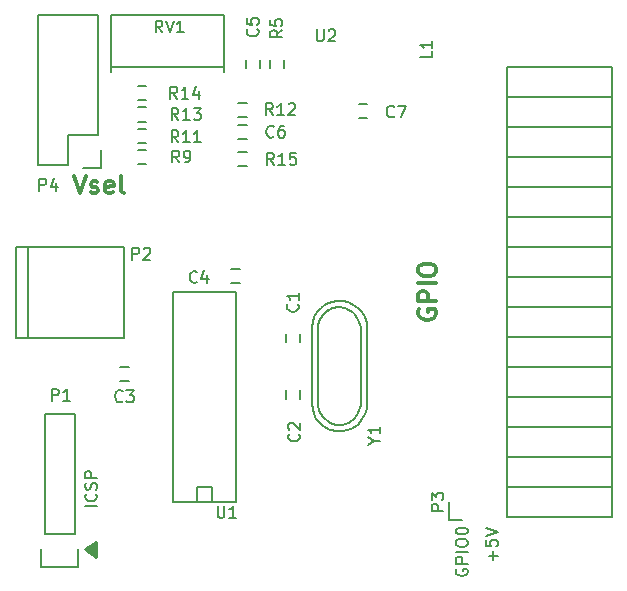
<source format=gto>
G04 #@! TF.FileFunction,Legend,Top*
%FSLAX46Y46*%
G04 Gerber Fmt 4.6, Leading zero omitted, Abs format (unit mm)*
G04 Created by KiCad (PCBNEW 4.0.0-rc1-stable) date 06/12/2015 04:25:02 p.m.*
%MOMM*%
G01*
G04 APERTURE LIST*
%ADD10C,0.100000*%
%ADD11C,0.300000*%
%ADD12C,0.150000*%
%ADD13C,0.254000*%
G04 APERTURE END LIST*
D10*
D11*
X141113143Y-78172571D02*
X141613143Y-79672571D01*
X142113143Y-78172571D01*
X142541714Y-79601143D02*
X142684571Y-79672571D01*
X142970286Y-79672571D01*
X143113143Y-79601143D01*
X143184571Y-79458286D01*
X143184571Y-79386857D01*
X143113143Y-79244000D01*
X142970286Y-79172571D01*
X142756000Y-79172571D01*
X142613143Y-79101143D01*
X142541714Y-78958286D01*
X142541714Y-78886857D01*
X142613143Y-78744000D01*
X142756000Y-78672571D01*
X142970286Y-78672571D01*
X143113143Y-78744000D01*
X144398857Y-79601143D02*
X144256000Y-79672571D01*
X143970286Y-79672571D01*
X143827429Y-79601143D01*
X143756000Y-79458286D01*
X143756000Y-78886857D01*
X143827429Y-78744000D01*
X143970286Y-78672571D01*
X144256000Y-78672571D01*
X144398857Y-78744000D01*
X144470286Y-78886857D01*
X144470286Y-79029714D01*
X143756000Y-79172571D01*
X145327429Y-79672571D02*
X145184571Y-79601143D01*
X145113143Y-79458286D01*
X145113143Y-78172571D01*
D12*
X176601429Y-110759714D02*
X176601429Y-109997809D01*
X176982381Y-110378761D02*
X176220476Y-110378761D01*
X175982381Y-109045428D02*
X175982381Y-109521619D01*
X176458571Y-109569238D01*
X176410952Y-109521619D01*
X176363333Y-109426381D01*
X176363333Y-109188285D01*
X176410952Y-109093047D01*
X176458571Y-109045428D01*
X176553810Y-108997809D01*
X176791905Y-108997809D01*
X176887143Y-109045428D01*
X176934762Y-109093047D01*
X176982381Y-109188285D01*
X176982381Y-109426381D01*
X176934762Y-109521619D01*
X176887143Y-109569238D01*
X175982381Y-108712095D02*
X176982381Y-108378762D01*
X175982381Y-108045428D01*
X173510000Y-111506190D02*
X173462381Y-111601428D01*
X173462381Y-111744285D01*
X173510000Y-111887143D01*
X173605238Y-111982381D01*
X173700476Y-112030000D01*
X173890952Y-112077619D01*
X174033810Y-112077619D01*
X174224286Y-112030000D01*
X174319524Y-111982381D01*
X174414762Y-111887143D01*
X174462381Y-111744285D01*
X174462381Y-111649047D01*
X174414762Y-111506190D01*
X174367143Y-111458571D01*
X174033810Y-111458571D01*
X174033810Y-111649047D01*
X174462381Y-111030000D02*
X173462381Y-111030000D01*
X173462381Y-110649047D01*
X173510000Y-110553809D01*
X173557619Y-110506190D01*
X173652857Y-110458571D01*
X173795714Y-110458571D01*
X173890952Y-110506190D01*
X173938571Y-110553809D01*
X173986190Y-110649047D01*
X173986190Y-111030000D01*
X174462381Y-110030000D02*
X173462381Y-110030000D01*
X173462381Y-109363334D02*
X173462381Y-109172857D01*
X173510000Y-109077619D01*
X173605238Y-108982381D01*
X173795714Y-108934762D01*
X174129048Y-108934762D01*
X174319524Y-108982381D01*
X174414762Y-109077619D01*
X174462381Y-109172857D01*
X174462381Y-109363334D01*
X174414762Y-109458572D01*
X174319524Y-109553810D01*
X174129048Y-109601429D01*
X173795714Y-109601429D01*
X173605238Y-109553810D01*
X173510000Y-109458572D01*
X173462381Y-109363334D01*
X173462381Y-108315715D02*
X173462381Y-108220476D01*
X173510000Y-108125238D01*
X173557619Y-108077619D01*
X173652857Y-108030000D01*
X173843333Y-107982381D01*
X174081429Y-107982381D01*
X174271905Y-108030000D01*
X174367143Y-108077619D01*
X174414762Y-108125238D01*
X174462381Y-108220476D01*
X174462381Y-108315715D01*
X174414762Y-108410953D01*
X174367143Y-108458572D01*
X174271905Y-108506191D01*
X174081429Y-108553810D01*
X173843333Y-108553810D01*
X173652857Y-108506191D01*
X173557619Y-108458572D01*
X173510000Y-108410953D01*
X173462381Y-108315715D01*
D11*
X170350000Y-89510000D02*
X170278571Y-89652857D01*
X170278571Y-89867143D01*
X170350000Y-90081428D01*
X170492857Y-90224286D01*
X170635714Y-90295714D01*
X170921429Y-90367143D01*
X171135714Y-90367143D01*
X171421429Y-90295714D01*
X171564286Y-90224286D01*
X171707143Y-90081428D01*
X171778571Y-89867143D01*
X171778571Y-89724286D01*
X171707143Y-89510000D01*
X171635714Y-89438571D01*
X171135714Y-89438571D01*
X171135714Y-89724286D01*
X171778571Y-88795714D02*
X170278571Y-88795714D01*
X170278571Y-88224286D01*
X170350000Y-88081428D01*
X170421429Y-88010000D01*
X170564286Y-87938571D01*
X170778571Y-87938571D01*
X170921429Y-88010000D01*
X170992857Y-88081428D01*
X171064286Y-88224286D01*
X171064286Y-88795714D01*
X171778571Y-87295714D02*
X170278571Y-87295714D01*
X170278571Y-86295714D02*
X170278571Y-86010000D01*
X170350000Y-85867142D01*
X170492857Y-85724285D01*
X170778571Y-85652857D01*
X171278571Y-85652857D01*
X171564286Y-85724285D01*
X171707143Y-85867142D01*
X171778571Y-86010000D01*
X171778571Y-86295714D01*
X171707143Y-86438571D01*
X171564286Y-86581428D01*
X171278571Y-86652857D01*
X170778571Y-86652857D01*
X170492857Y-86581428D01*
X170350000Y-86438571D01*
X170278571Y-86295714D01*
D12*
X159100000Y-92250000D02*
X159100000Y-91550000D01*
X160300000Y-91550000D02*
X160300000Y-92250000D01*
X160300000Y-96350000D02*
X160300000Y-97050000D01*
X159100000Y-97050000D02*
X159100000Y-96350000D01*
X145750000Y-95600000D02*
X145050000Y-95600000D01*
X145050000Y-94400000D02*
X145750000Y-94400000D01*
X155150000Y-87300000D02*
X154450000Y-87300000D01*
X154450000Y-86100000D02*
X155150000Y-86100000D01*
X156900000Y-68350000D02*
X156900000Y-69050000D01*
X155700000Y-69050000D02*
X155700000Y-68350000D01*
X155750000Y-75100000D02*
X155050000Y-75100000D01*
X155050000Y-73900000D02*
X155750000Y-73900000D01*
X165950000Y-73300000D02*
X165250000Y-73300000D01*
X165250000Y-72100000D02*
X165950000Y-72100000D01*
X141450000Y-109800000D02*
X141450000Y-111350000D01*
X141450000Y-111350000D02*
X138350000Y-111350000D01*
X138350000Y-111350000D02*
X138350000Y-109800000D01*
X138630000Y-108530000D02*
X138630000Y-98370000D01*
X138630000Y-98370000D02*
X141170000Y-98370000D01*
X141170000Y-98370000D02*
X141170000Y-108530000D01*
X138630000Y-108530000D02*
X141170000Y-108530000D01*
X137200820Y-84249360D02*
X137200820Y-91950640D01*
X136200060Y-84249360D02*
X136200060Y-91950640D01*
X136200060Y-91950640D02*
X145399940Y-91950640D01*
X145399940Y-91950640D02*
X145399940Y-84249360D01*
X145399940Y-84249360D02*
X136200060Y-84249360D01*
X186640000Y-89290000D02*
X177810000Y-89290000D01*
X186640000Y-91830000D02*
X186640000Y-89290000D01*
X177810000Y-91830000D02*
X177810000Y-89290000D01*
X177810000Y-89290000D02*
X186640000Y-89290000D01*
X177810000Y-86750000D02*
X186640000Y-86750000D01*
X177810000Y-89290000D02*
X177810000Y-86750000D01*
X186640000Y-89290000D02*
X186640000Y-86750000D01*
X186640000Y-86750000D02*
X177810000Y-86750000D01*
X186640000Y-84210000D02*
X177810000Y-84210000D01*
X186640000Y-86750000D02*
X186640000Y-84210000D01*
X177810000Y-86750000D02*
X177810000Y-84210000D01*
X177810000Y-84210000D02*
X186640000Y-84210000D01*
X177810000Y-81670000D02*
X186640000Y-81670000D01*
X177810000Y-84210000D02*
X177810000Y-81670000D01*
X186640000Y-84210000D02*
X186640000Y-81670000D01*
X186640000Y-81670000D02*
X177810000Y-81670000D01*
X177810000Y-79130000D02*
X186640000Y-79130000D01*
X177810000Y-81670000D02*
X177810000Y-79130000D01*
X186640000Y-81670000D02*
X186640000Y-79130000D01*
X186640000Y-79130000D02*
X177810000Y-79130000D01*
X186640000Y-76590000D02*
X177810000Y-76590000D01*
X186640000Y-79130000D02*
X186640000Y-76590000D01*
X177810000Y-79130000D02*
X177810000Y-76590000D01*
X177810000Y-76590000D02*
X186640000Y-76590000D01*
X177810000Y-74050000D02*
X186640000Y-74050000D01*
X177810000Y-76590000D02*
X177810000Y-74050000D01*
X186640000Y-76590000D02*
X186640000Y-74050000D01*
X186640000Y-74050000D02*
X177810000Y-74050000D01*
X186640000Y-71510000D02*
X177810000Y-71510000D01*
X186640000Y-74050000D02*
X186640000Y-71510000D01*
X177810000Y-74050000D02*
X177810000Y-71510000D01*
X177810000Y-71510000D02*
X186640000Y-71510000D01*
X177810000Y-68970000D02*
X186640000Y-68970000D01*
X177810000Y-71510000D02*
X177810000Y-68970000D01*
X186640000Y-71510000D02*
X186640000Y-68970000D01*
X186640000Y-68970000D02*
X177810000Y-68970000D01*
X186640000Y-91830000D02*
X177810000Y-91830000D01*
X186640000Y-94370000D02*
X186640000Y-91830000D01*
X177810000Y-94370000D02*
X177810000Y-91830000D01*
X177810000Y-91830000D02*
X186640000Y-91830000D01*
X177810000Y-94370000D02*
X186640000Y-94370000D01*
X177810000Y-96910000D02*
X177810000Y-94370000D01*
X186640000Y-96910000D02*
X186640000Y-94370000D01*
X186640000Y-94370000D02*
X177810000Y-94370000D01*
X186640000Y-96910000D02*
X177810000Y-96910000D01*
X186640000Y-99450000D02*
X186640000Y-96910000D01*
X177810000Y-99450000D02*
X177810000Y-96910000D01*
X177810000Y-96910000D02*
X186640000Y-96910000D01*
X177810000Y-99450000D02*
X186640000Y-99450000D01*
X177810000Y-101990000D02*
X177810000Y-99450000D01*
X186640000Y-101990000D02*
X186640000Y-99450000D01*
X186640000Y-99450000D02*
X177810000Y-99450000D01*
X186640000Y-101990000D02*
X177810000Y-101990000D01*
X186640000Y-104530000D02*
X186640000Y-101990000D01*
X177810000Y-104530000D02*
X177810000Y-101990000D01*
X177810000Y-101990000D02*
X186640000Y-101990000D01*
X177810000Y-104530000D02*
X186640000Y-104530000D01*
X177810000Y-107070000D02*
X177810000Y-104530000D01*
X172850000Y-105800000D02*
X172850000Y-107350000D01*
X172850000Y-107350000D02*
X174000000Y-107350000D01*
X177810000Y-107070000D02*
X186640000Y-107070000D01*
X186640000Y-107070000D02*
X186640000Y-104530000D01*
X186640000Y-104530000D02*
X177810000Y-104530000D01*
X138090000Y-77270000D02*
X138090000Y-64570000D01*
X138090000Y-64570000D02*
X143170000Y-64570000D01*
X143170000Y-64570000D02*
X143170000Y-74730000D01*
X138090000Y-77270000D02*
X140630000Y-77270000D01*
X141900000Y-77550000D02*
X143450000Y-77550000D01*
X140630000Y-77270000D02*
X140630000Y-74730000D01*
X140630000Y-74730000D02*
X143170000Y-74730000D01*
X143450000Y-77550000D02*
X143450000Y-76000000D01*
X158900000Y-68350000D02*
X158900000Y-69050000D01*
X157700000Y-69050000D02*
X157700000Y-68350000D01*
X146550000Y-76000000D02*
X147250000Y-76000000D01*
X147250000Y-77200000D02*
X146550000Y-77200000D01*
X146550000Y-74200000D02*
X147250000Y-74200000D01*
X147250000Y-75400000D02*
X146550000Y-75400000D01*
X155750000Y-73200000D02*
X155050000Y-73200000D01*
X155050000Y-72000000D02*
X155750000Y-72000000D01*
X146550000Y-72400000D02*
X147250000Y-72400000D01*
X147250000Y-73600000D02*
X146550000Y-73600000D01*
X146550000Y-70600000D02*
X147250000Y-70600000D01*
X147250000Y-71800000D02*
X146550000Y-71800000D01*
X155750000Y-77400000D02*
X155050000Y-77400000D01*
X155050000Y-76200000D02*
X155750000Y-76200000D01*
X144275000Y-64540000D02*
X153805000Y-64540000D01*
X153805000Y-64540000D02*
X153805000Y-69370000D01*
X153805000Y-68990000D02*
X144275000Y-68990000D01*
X144275000Y-64540000D02*
X144275000Y-69370000D01*
X154867000Y-88137000D02*
X154867000Y-105790000D01*
X149533000Y-105790000D02*
X149533000Y-88010000D01*
X154867000Y-88010000D02*
X149533000Y-88010000D01*
X149533000Y-105790000D02*
X154867000Y-105790000D01*
X151565000Y-105790000D02*
X151565000Y-104520000D01*
X151565000Y-104520000D02*
X152835000Y-104520000D01*
X152835000Y-104520000D02*
X152835000Y-105790000D01*
X162599240Y-89601000D02*
X163000560Y-89400340D01*
X163000560Y-89400340D02*
X163600000Y-89298740D01*
X163600000Y-89298740D02*
X164100380Y-89400340D01*
X164100380Y-89400340D02*
X164798880Y-89799120D01*
X164798880Y-89799120D02*
X165200200Y-90401100D01*
X165200200Y-90401100D02*
X165400860Y-91000540D01*
X165400860Y-91000540D02*
X165400860Y-97599460D01*
X165400860Y-97599460D02*
X165200200Y-98300500D01*
X165200200Y-98300500D02*
X164900480Y-98699280D01*
X164900480Y-98699280D02*
X164400100Y-99100600D01*
X164400100Y-99100600D02*
X163800660Y-99301260D01*
X163800660Y-99301260D02*
X163300280Y-99301260D01*
X163300280Y-99301260D02*
X162799900Y-99100600D01*
X162799900Y-99100600D02*
X162200460Y-98600220D01*
X162200460Y-98600220D02*
X161900740Y-98099840D01*
X161900740Y-98099840D02*
X161799140Y-97599460D01*
X161799140Y-97500400D02*
X161799140Y-90898940D01*
X161799140Y-90898940D02*
X161900740Y-90500160D01*
X161900740Y-90500160D02*
X162200460Y-89999780D01*
X162200460Y-89999780D02*
X162700840Y-89499400D01*
X161270820Y-97490240D02*
X161319080Y-97949980D01*
X161319080Y-97949980D02*
X161430840Y-98348760D01*
X161430840Y-98348760D02*
X161649280Y-98780560D01*
X161649280Y-98780560D02*
X161880420Y-99070120D01*
X161880420Y-99070120D02*
X162230940Y-99400320D01*
X162230940Y-99400320D02*
X162769420Y-99689880D01*
X162769420Y-99689880D02*
X163368860Y-99819420D01*
X163368860Y-99819420D02*
X163879400Y-99819420D01*
X163879400Y-99819420D02*
X164580440Y-99649240D01*
X164580440Y-99649240D02*
X165169720Y-99250460D01*
X165169720Y-99250460D02*
X165540560Y-98790720D01*
X165540560Y-98790720D02*
X165748840Y-98369080D01*
X165748840Y-98369080D02*
X165908860Y-97919500D01*
X165908860Y-97919500D02*
X165939340Y-97480080D01*
X165720900Y-90139480D02*
X165499920Y-89761020D01*
X165499920Y-89761020D02*
X165220520Y-89440980D01*
X165220520Y-89440980D02*
X164890320Y-89189520D01*
X164890320Y-89189520D02*
X164339140Y-88889800D01*
X164339140Y-88889800D02*
X163869240Y-88780580D01*
X163869240Y-88780580D02*
X163409500Y-88760260D01*
X163409500Y-88760260D02*
X162949760Y-88849160D01*
X162949760Y-88849160D02*
X162500180Y-89039660D01*
X162500180Y-89039660D02*
X162030280Y-89400340D01*
X162030280Y-89400340D02*
X161710240Y-89750860D01*
X161710240Y-89750860D02*
X161479100Y-90139480D01*
X161479100Y-90139480D02*
X161339400Y-90568740D01*
X161339400Y-90568740D02*
X161270820Y-91010700D01*
X165929180Y-97500400D02*
X165929180Y-91048800D01*
X165929180Y-91048800D02*
X165891080Y-90629700D01*
X165891080Y-90629700D02*
X165720900Y-90139480D01*
X161270820Y-97500400D02*
X161270820Y-91048800D01*
X160057143Y-89066666D02*
X160104762Y-89114285D01*
X160152381Y-89257142D01*
X160152381Y-89352380D01*
X160104762Y-89495238D01*
X160009524Y-89590476D01*
X159914286Y-89638095D01*
X159723810Y-89685714D01*
X159580952Y-89685714D01*
X159390476Y-89638095D01*
X159295238Y-89590476D01*
X159200000Y-89495238D01*
X159152381Y-89352380D01*
X159152381Y-89257142D01*
X159200000Y-89114285D01*
X159247619Y-89066666D01*
X160152381Y-88114285D02*
X160152381Y-88685714D01*
X160152381Y-88400000D02*
X159152381Y-88400000D01*
X159295238Y-88495238D01*
X159390476Y-88590476D01*
X159438095Y-88685714D01*
X160157143Y-100066666D02*
X160204762Y-100114285D01*
X160252381Y-100257142D01*
X160252381Y-100352380D01*
X160204762Y-100495238D01*
X160109524Y-100590476D01*
X160014286Y-100638095D01*
X159823810Y-100685714D01*
X159680952Y-100685714D01*
X159490476Y-100638095D01*
X159395238Y-100590476D01*
X159300000Y-100495238D01*
X159252381Y-100352380D01*
X159252381Y-100257142D01*
X159300000Y-100114285D01*
X159347619Y-100066666D01*
X159347619Y-99685714D02*
X159300000Y-99638095D01*
X159252381Y-99542857D01*
X159252381Y-99304761D01*
X159300000Y-99209523D01*
X159347619Y-99161904D01*
X159442857Y-99114285D01*
X159538095Y-99114285D01*
X159680952Y-99161904D01*
X160252381Y-99733333D01*
X160252381Y-99114285D01*
X145233334Y-97257143D02*
X145185715Y-97304762D01*
X145042858Y-97352381D01*
X144947620Y-97352381D01*
X144804762Y-97304762D01*
X144709524Y-97209524D01*
X144661905Y-97114286D01*
X144614286Y-96923810D01*
X144614286Y-96780952D01*
X144661905Y-96590476D01*
X144709524Y-96495238D01*
X144804762Y-96400000D01*
X144947620Y-96352381D01*
X145042858Y-96352381D01*
X145185715Y-96400000D01*
X145233334Y-96447619D01*
X145566667Y-96352381D02*
X146185715Y-96352381D01*
X145852381Y-96733333D01*
X145995239Y-96733333D01*
X146090477Y-96780952D01*
X146138096Y-96828571D01*
X146185715Y-96923810D01*
X146185715Y-97161905D01*
X146138096Y-97257143D01*
X146090477Y-97304762D01*
X145995239Y-97352381D01*
X145709524Y-97352381D01*
X145614286Y-97304762D01*
X145566667Y-97257143D01*
X151533334Y-87157143D02*
X151485715Y-87204762D01*
X151342858Y-87252381D01*
X151247620Y-87252381D01*
X151104762Y-87204762D01*
X151009524Y-87109524D01*
X150961905Y-87014286D01*
X150914286Y-86823810D01*
X150914286Y-86680952D01*
X150961905Y-86490476D01*
X151009524Y-86395238D01*
X151104762Y-86300000D01*
X151247620Y-86252381D01*
X151342858Y-86252381D01*
X151485715Y-86300000D01*
X151533334Y-86347619D01*
X152390477Y-86585714D02*
X152390477Y-87252381D01*
X152152381Y-86204762D02*
X151914286Y-86919048D01*
X152533334Y-86919048D01*
X156657143Y-65766666D02*
X156704762Y-65814285D01*
X156752381Y-65957142D01*
X156752381Y-66052380D01*
X156704762Y-66195238D01*
X156609524Y-66290476D01*
X156514286Y-66338095D01*
X156323810Y-66385714D01*
X156180952Y-66385714D01*
X155990476Y-66338095D01*
X155895238Y-66290476D01*
X155800000Y-66195238D01*
X155752381Y-66052380D01*
X155752381Y-65957142D01*
X155800000Y-65814285D01*
X155847619Y-65766666D01*
X155752381Y-64861904D02*
X155752381Y-65338095D01*
X156228571Y-65385714D01*
X156180952Y-65338095D01*
X156133333Y-65242857D01*
X156133333Y-65004761D01*
X156180952Y-64909523D01*
X156228571Y-64861904D01*
X156323810Y-64814285D01*
X156561905Y-64814285D01*
X156657143Y-64861904D01*
X156704762Y-64909523D01*
X156752381Y-65004761D01*
X156752381Y-65242857D01*
X156704762Y-65338095D01*
X156657143Y-65385714D01*
X158033334Y-74857143D02*
X157985715Y-74904762D01*
X157842858Y-74952381D01*
X157747620Y-74952381D01*
X157604762Y-74904762D01*
X157509524Y-74809524D01*
X157461905Y-74714286D01*
X157414286Y-74523810D01*
X157414286Y-74380952D01*
X157461905Y-74190476D01*
X157509524Y-74095238D01*
X157604762Y-74000000D01*
X157747620Y-73952381D01*
X157842858Y-73952381D01*
X157985715Y-74000000D01*
X158033334Y-74047619D01*
X158890477Y-73952381D02*
X158700000Y-73952381D01*
X158604762Y-74000000D01*
X158557143Y-74047619D01*
X158461905Y-74190476D01*
X158414286Y-74380952D01*
X158414286Y-74761905D01*
X158461905Y-74857143D01*
X158509524Y-74904762D01*
X158604762Y-74952381D01*
X158795239Y-74952381D01*
X158890477Y-74904762D01*
X158938096Y-74857143D01*
X158985715Y-74761905D01*
X158985715Y-74523810D01*
X158938096Y-74428571D01*
X158890477Y-74380952D01*
X158795239Y-74333333D01*
X158604762Y-74333333D01*
X158509524Y-74380952D01*
X158461905Y-74428571D01*
X158414286Y-74523810D01*
X168233334Y-73157143D02*
X168185715Y-73204762D01*
X168042858Y-73252381D01*
X167947620Y-73252381D01*
X167804762Y-73204762D01*
X167709524Y-73109524D01*
X167661905Y-73014286D01*
X167614286Y-72823810D01*
X167614286Y-72680952D01*
X167661905Y-72490476D01*
X167709524Y-72395238D01*
X167804762Y-72300000D01*
X167947620Y-72252381D01*
X168042858Y-72252381D01*
X168185715Y-72300000D01*
X168233334Y-72347619D01*
X168566667Y-72252381D02*
X169233334Y-72252381D01*
X168804762Y-73252381D01*
X139261905Y-97252381D02*
X139261905Y-96252381D01*
X139642858Y-96252381D01*
X139738096Y-96300000D01*
X139785715Y-96347619D01*
X139833334Y-96442857D01*
X139833334Y-96585714D01*
X139785715Y-96680952D01*
X139738096Y-96728571D01*
X139642858Y-96776190D01*
X139261905Y-96776190D01*
X140785715Y-97252381D02*
X140214286Y-97252381D01*
X140500000Y-97252381D02*
X140500000Y-96252381D01*
X140404762Y-96395238D01*
X140309524Y-96490476D01*
X140214286Y-96538095D01*
X143062381Y-106186190D02*
X142062381Y-106186190D01*
X142967143Y-105138571D02*
X143014762Y-105186190D01*
X143062381Y-105329047D01*
X143062381Y-105424285D01*
X143014762Y-105567143D01*
X142919524Y-105662381D01*
X142824286Y-105710000D01*
X142633810Y-105757619D01*
X142490952Y-105757619D01*
X142300476Y-105710000D01*
X142205238Y-105662381D01*
X142110000Y-105567143D01*
X142062381Y-105424285D01*
X142062381Y-105329047D01*
X142110000Y-105186190D01*
X142157619Y-105138571D01*
X143014762Y-104757619D02*
X143062381Y-104614762D01*
X143062381Y-104376666D01*
X143014762Y-104281428D01*
X142967143Y-104233809D01*
X142871905Y-104186190D01*
X142776667Y-104186190D01*
X142681429Y-104233809D01*
X142633810Y-104281428D01*
X142586190Y-104376666D01*
X142538571Y-104567143D01*
X142490952Y-104662381D01*
X142443333Y-104710000D01*
X142348095Y-104757619D01*
X142252857Y-104757619D01*
X142157619Y-104710000D01*
X142110000Y-104662381D01*
X142062381Y-104567143D01*
X142062381Y-104329047D01*
X142110000Y-104186190D01*
X143062381Y-103757619D02*
X142062381Y-103757619D01*
X142062381Y-103376666D01*
X142110000Y-103281428D01*
X142157619Y-103233809D01*
X142252857Y-103186190D01*
X142395714Y-103186190D01*
X142490952Y-103233809D01*
X142538571Y-103281428D01*
X142586190Y-103376666D01*
X142586190Y-103757619D01*
X146073905Y-85288381D02*
X146073905Y-84288381D01*
X146454858Y-84288381D01*
X146550096Y-84336000D01*
X146597715Y-84383619D01*
X146645334Y-84478857D01*
X146645334Y-84621714D01*
X146597715Y-84716952D01*
X146550096Y-84764571D01*
X146454858Y-84812190D01*
X146073905Y-84812190D01*
X147026286Y-84383619D02*
X147073905Y-84336000D01*
X147169143Y-84288381D01*
X147407239Y-84288381D01*
X147502477Y-84336000D01*
X147550096Y-84383619D01*
X147597715Y-84478857D01*
X147597715Y-84574095D01*
X147550096Y-84716952D01*
X146978667Y-85288381D01*
X147597715Y-85288381D01*
X172402381Y-106538095D02*
X171402381Y-106538095D01*
X171402381Y-106157142D01*
X171450000Y-106061904D01*
X171497619Y-106014285D01*
X171592857Y-105966666D01*
X171735714Y-105966666D01*
X171830952Y-106014285D01*
X171878571Y-106061904D01*
X171926190Y-106157142D01*
X171926190Y-106538095D01*
X171402381Y-105633333D02*
X171402381Y-105014285D01*
X171783333Y-105347619D01*
X171783333Y-105204761D01*
X171830952Y-105109523D01*
X171878571Y-105061904D01*
X171973810Y-105014285D01*
X172211905Y-105014285D01*
X172307143Y-105061904D01*
X172354762Y-105109523D01*
X172402381Y-105204761D01*
X172402381Y-105490476D01*
X172354762Y-105585714D01*
X172307143Y-105633333D01*
X138199905Y-79446381D02*
X138199905Y-78446381D01*
X138580858Y-78446381D01*
X138676096Y-78494000D01*
X138723715Y-78541619D01*
X138771334Y-78636857D01*
X138771334Y-78779714D01*
X138723715Y-78874952D01*
X138676096Y-78922571D01*
X138580858Y-78970190D01*
X138199905Y-78970190D01*
X139628477Y-78779714D02*
X139628477Y-79446381D01*
X139390381Y-78398762D02*
X139152286Y-79113048D01*
X139771334Y-79113048D01*
X158752381Y-65866666D02*
X158276190Y-66200000D01*
X158752381Y-66438095D02*
X157752381Y-66438095D01*
X157752381Y-66057142D01*
X157800000Y-65961904D01*
X157847619Y-65914285D01*
X157942857Y-65866666D01*
X158085714Y-65866666D01*
X158180952Y-65914285D01*
X158228571Y-65961904D01*
X158276190Y-66057142D01*
X158276190Y-66438095D01*
X157752381Y-64961904D02*
X157752381Y-65438095D01*
X158228571Y-65485714D01*
X158180952Y-65438095D01*
X158133333Y-65342857D01*
X158133333Y-65104761D01*
X158180952Y-65009523D01*
X158228571Y-64961904D01*
X158323810Y-64914285D01*
X158561905Y-64914285D01*
X158657143Y-64961904D01*
X158704762Y-65009523D01*
X158752381Y-65104761D01*
X158752381Y-65342857D01*
X158704762Y-65438095D01*
X158657143Y-65485714D01*
X150033334Y-77052381D02*
X149700000Y-76576190D01*
X149461905Y-77052381D02*
X149461905Y-76052381D01*
X149842858Y-76052381D01*
X149938096Y-76100000D01*
X149985715Y-76147619D01*
X150033334Y-76242857D01*
X150033334Y-76385714D01*
X149985715Y-76480952D01*
X149938096Y-76528571D01*
X149842858Y-76576190D01*
X149461905Y-76576190D01*
X150509524Y-77052381D02*
X150700000Y-77052381D01*
X150795239Y-77004762D01*
X150842858Y-76957143D01*
X150938096Y-76814286D01*
X150985715Y-76623810D01*
X150985715Y-76242857D01*
X150938096Y-76147619D01*
X150890477Y-76100000D01*
X150795239Y-76052381D01*
X150604762Y-76052381D01*
X150509524Y-76100000D01*
X150461905Y-76147619D01*
X150414286Y-76242857D01*
X150414286Y-76480952D01*
X150461905Y-76576190D01*
X150509524Y-76623810D01*
X150604762Y-76671429D01*
X150795239Y-76671429D01*
X150890477Y-76623810D01*
X150938096Y-76576190D01*
X150985715Y-76480952D01*
X149957143Y-75352381D02*
X149623809Y-74876190D01*
X149385714Y-75352381D02*
X149385714Y-74352381D01*
X149766667Y-74352381D01*
X149861905Y-74400000D01*
X149909524Y-74447619D01*
X149957143Y-74542857D01*
X149957143Y-74685714D01*
X149909524Y-74780952D01*
X149861905Y-74828571D01*
X149766667Y-74876190D01*
X149385714Y-74876190D01*
X150909524Y-75352381D02*
X150338095Y-75352381D01*
X150623809Y-75352381D02*
X150623809Y-74352381D01*
X150528571Y-74495238D01*
X150433333Y-74590476D01*
X150338095Y-74638095D01*
X151861905Y-75352381D02*
X151290476Y-75352381D01*
X151576190Y-75352381D02*
X151576190Y-74352381D01*
X151480952Y-74495238D01*
X151385714Y-74590476D01*
X151290476Y-74638095D01*
X157957143Y-73052381D02*
X157623809Y-72576190D01*
X157385714Y-73052381D02*
X157385714Y-72052381D01*
X157766667Y-72052381D01*
X157861905Y-72100000D01*
X157909524Y-72147619D01*
X157957143Y-72242857D01*
X157957143Y-72385714D01*
X157909524Y-72480952D01*
X157861905Y-72528571D01*
X157766667Y-72576190D01*
X157385714Y-72576190D01*
X158909524Y-73052381D02*
X158338095Y-73052381D01*
X158623809Y-73052381D02*
X158623809Y-72052381D01*
X158528571Y-72195238D01*
X158433333Y-72290476D01*
X158338095Y-72338095D01*
X159290476Y-72147619D02*
X159338095Y-72100000D01*
X159433333Y-72052381D01*
X159671429Y-72052381D01*
X159766667Y-72100000D01*
X159814286Y-72147619D01*
X159861905Y-72242857D01*
X159861905Y-72338095D01*
X159814286Y-72480952D01*
X159242857Y-73052381D01*
X159861905Y-73052381D01*
X149957143Y-73452381D02*
X149623809Y-72976190D01*
X149385714Y-73452381D02*
X149385714Y-72452381D01*
X149766667Y-72452381D01*
X149861905Y-72500000D01*
X149909524Y-72547619D01*
X149957143Y-72642857D01*
X149957143Y-72785714D01*
X149909524Y-72880952D01*
X149861905Y-72928571D01*
X149766667Y-72976190D01*
X149385714Y-72976190D01*
X150909524Y-73452381D02*
X150338095Y-73452381D01*
X150623809Y-73452381D02*
X150623809Y-72452381D01*
X150528571Y-72595238D01*
X150433333Y-72690476D01*
X150338095Y-72738095D01*
X151242857Y-72452381D02*
X151861905Y-72452381D01*
X151528571Y-72833333D01*
X151671429Y-72833333D01*
X151766667Y-72880952D01*
X151814286Y-72928571D01*
X151861905Y-73023810D01*
X151861905Y-73261905D01*
X151814286Y-73357143D01*
X151766667Y-73404762D01*
X151671429Y-73452381D01*
X151385714Y-73452381D01*
X151290476Y-73404762D01*
X151242857Y-73357143D01*
X149857143Y-71652381D02*
X149523809Y-71176190D01*
X149285714Y-71652381D02*
X149285714Y-70652381D01*
X149666667Y-70652381D01*
X149761905Y-70700000D01*
X149809524Y-70747619D01*
X149857143Y-70842857D01*
X149857143Y-70985714D01*
X149809524Y-71080952D01*
X149761905Y-71128571D01*
X149666667Y-71176190D01*
X149285714Y-71176190D01*
X150809524Y-71652381D02*
X150238095Y-71652381D01*
X150523809Y-71652381D02*
X150523809Y-70652381D01*
X150428571Y-70795238D01*
X150333333Y-70890476D01*
X150238095Y-70938095D01*
X151666667Y-70985714D02*
X151666667Y-71652381D01*
X151428571Y-70604762D02*
X151190476Y-71319048D01*
X151809524Y-71319048D01*
X158057143Y-77252381D02*
X157723809Y-76776190D01*
X157485714Y-77252381D02*
X157485714Y-76252381D01*
X157866667Y-76252381D01*
X157961905Y-76300000D01*
X158009524Y-76347619D01*
X158057143Y-76442857D01*
X158057143Y-76585714D01*
X158009524Y-76680952D01*
X157961905Y-76728571D01*
X157866667Y-76776190D01*
X157485714Y-76776190D01*
X159009524Y-77252381D02*
X158438095Y-77252381D01*
X158723809Y-77252381D02*
X158723809Y-76252381D01*
X158628571Y-76395238D01*
X158533333Y-76490476D01*
X158438095Y-76538095D01*
X159914286Y-76252381D02*
X159438095Y-76252381D01*
X159390476Y-76728571D01*
X159438095Y-76680952D01*
X159533333Y-76633333D01*
X159771429Y-76633333D01*
X159866667Y-76680952D01*
X159914286Y-76728571D01*
X159961905Y-76823810D01*
X159961905Y-77061905D01*
X159914286Y-77157143D01*
X159866667Y-77204762D01*
X159771429Y-77252381D01*
X159533333Y-77252381D01*
X159438095Y-77204762D01*
X159390476Y-77157143D01*
X148604762Y-66052381D02*
X148271428Y-65576190D01*
X148033333Y-66052381D02*
X148033333Y-65052381D01*
X148414286Y-65052381D01*
X148509524Y-65100000D01*
X148557143Y-65147619D01*
X148604762Y-65242857D01*
X148604762Y-65385714D01*
X148557143Y-65480952D01*
X148509524Y-65528571D01*
X148414286Y-65576190D01*
X148033333Y-65576190D01*
X148890476Y-65052381D02*
X149223809Y-66052381D01*
X149557143Y-65052381D01*
X150414286Y-66052381D02*
X149842857Y-66052381D01*
X150128571Y-66052381D02*
X150128571Y-65052381D01*
X150033333Y-65195238D01*
X149938095Y-65290476D01*
X149842857Y-65338095D01*
X153288095Y-106152381D02*
X153288095Y-106961905D01*
X153335714Y-107057143D01*
X153383333Y-107104762D01*
X153478571Y-107152381D01*
X153669048Y-107152381D01*
X153764286Y-107104762D01*
X153811905Y-107057143D01*
X153859524Y-106961905D01*
X153859524Y-106152381D01*
X154859524Y-107152381D02*
X154288095Y-107152381D01*
X154573809Y-107152381D02*
X154573809Y-106152381D01*
X154478571Y-106295238D01*
X154383333Y-106390476D01*
X154288095Y-106438095D01*
X161688095Y-65802381D02*
X161688095Y-66611905D01*
X161735714Y-66707143D01*
X161783333Y-66754762D01*
X161878571Y-66802381D01*
X162069048Y-66802381D01*
X162164286Y-66754762D01*
X162211905Y-66707143D01*
X162259524Y-66611905D01*
X162259524Y-65802381D01*
X162688095Y-65897619D02*
X162735714Y-65850000D01*
X162830952Y-65802381D01*
X163069048Y-65802381D01*
X163164286Y-65850000D01*
X163211905Y-65897619D01*
X163259524Y-65992857D01*
X163259524Y-66088095D01*
X163211905Y-66230952D01*
X162640476Y-66802381D01*
X163259524Y-66802381D01*
X166526190Y-100626191D02*
X167002381Y-100626191D01*
X166002381Y-100959524D02*
X166526190Y-100626191D01*
X166002381Y-100292857D01*
X167002381Y-99435714D02*
X167002381Y-100007143D01*
X167002381Y-99721429D02*
X166002381Y-99721429D01*
X166145238Y-99816667D01*
X166240476Y-99911905D01*
X166288095Y-100007143D01*
X171452381Y-67666666D02*
X171452381Y-68142857D01*
X170452381Y-68142857D01*
X171452381Y-66809523D02*
X171452381Y-67380952D01*
X171452381Y-67095238D02*
X170452381Y-67095238D01*
X170595238Y-67190476D01*
X170690476Y-67285714D01*
X170738095Y-67380952D01*
D13*
G36*
X142953000Y-110431346D02*
X142069940Y-109792384D01*
X142953000Y-109182139D01*
X142953000Y-110431346D01*
X142953000Y-110431346D01*
G37*
X142953000Y-110431346D02*
X142069940Y-109792384D01*
X142953000Y-109182139D01*
X142953000Y-110431346D01*
M02*

</source>
